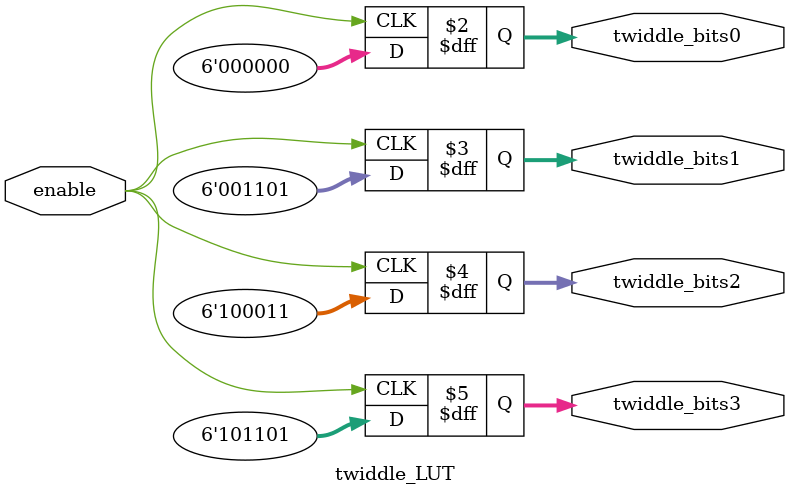
<source format=v>
module twiddle_LUT(
    input enable,
    output reg signed [5:0] twiddle_bits0,
    output reg signed [5:0] twiddle_bits1,
    output reg signed [5:0] twiddle_bits2,
    output reg signed [5:0] twiddle_bits3
); 

always @(posedge enable) begin
        twiddle_bits0 <= 6'b0_00_000;
        twiddle_bits1 <= 6'b0_01_101;
        twiddle_bits2 <= 6'b1_00_011;
        twiddle_bits3 <= 6'b1_01_101;
    end
endmodule
</source>
